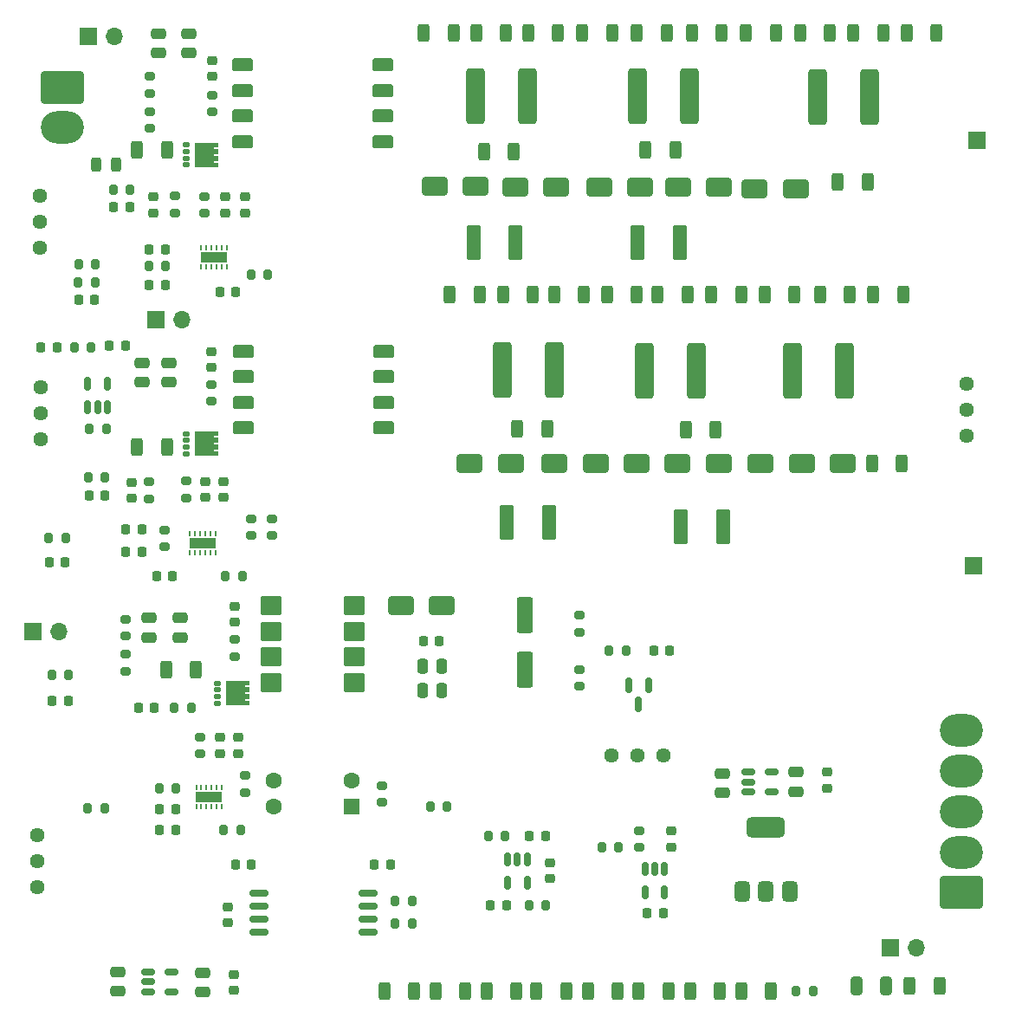
<source format=gbr>
%TF.GenerationSoftware,KiCad,Pcbnew,9.0.0*%
%TF.CreationDate,2025-10-26T21:30:55-07:00*%
%TF.ProjectId,main_supply_3,6d61696e-5f73-4757-9070-6c795f332e6b,rev?*%
%TF.SameCoordinates,Original*%
%TF.FileFunction,Soldermask,Top*%
%TF.FilePolarity,Negative*%
%FSLAX46Y46*%
G04 Gerber Fmt 4.6, Leading zero omitted, Abs format (unit mm)*
G04 Created by KiCad (PCBNEW 9.0.0) date 2025-10-26 21:30:55*
%MOMM*%
%LPD*%
G01*
G04 APERTURE LIST*
G04 Aperture macros list*
%AMRoundRect*
0 Rectangle with rounded corners*
0 $1 Rounding radius*
0 $2 $3 $4 $5 $6 $7 $8 $9 X,Y pos of 4 corners*
0 Add a 4 corners polygon primitive as box body*
4,1,4,$2,$3,$4,$5,$6,$7,$8,$9,$2,$3,0*
0 Add four circle primitives for the rounded corners*
1,1,$1+$1,$2,$3*
1,1,$1+$1,$4,$5*
1,1,$1+$1,$6,$7*
1,1,$1+$1,$8,$9*
0 Add four rect primitives between the rounded corners*
20,1,$1+$1,$2,$3,$4,$5,0*
20,1,$1+$1,$4,$5,$6,$7,0*
20,1,$1+$1,$6,$7,$8,$9,0*
20,1,$1+$1,$8,$9,$2,$3,0*%
%AMFreePoly0*
4,1,17,1.371000,0.720000,0.950000,0.720000,0.950000,0.580000,1.370000,0.580000,1.370000,0.080000,0.950000,0.080000,0.950000,-0.080000,1.370000,-0.080000,1.370000,-0.580000,0.950000,-0.580000,0.950000,-0.720000,1.370000,-0.720000,1.370000,-1.225000,-0.950000,-1.225000,-0.950000,1.225000,1.371000,1.225000,1.371000,0.720000,1.371000,0.720000,$1*%
G04 Aperture macros list end*
%ADD10RoundRect,0.225000X0.225000X0.250000X-0.225000X0.250000X-0.225000X-0.250000X0.225000X-0.250000X0*%
%ADD11RoundRect,0.225000X-0.225000X-0.250000X0.225000X-0.250000X0.225000X0.250000X-0.225000X0.250000X0*%
%ADD12RoundRect,0.250000X-0.650000X-2.450000X0.650000X-2.450000X0.650000X2.450000X-0.650000X2.450000X0*%
%ADD13RoundRect,0.225000X0.250000X-0.225000X0.250000X0.225000X-0.250000X0.225000X-0.250000X-0.225000X0*%
%ADD14RoundRect,0.200000X-0.275000X0.200000X-0.275000X-0.200000X0.275000X-0.200000X0.275000X0.200000X0*%
%ADD15RoundRect,0.250000X-0.312500X-0.625000X0.312500X-0.625000X0.312500X0.625000X-0.312500X0.625000X0*%
%ADD16RoundRect,0.250000X-0.475000X0.250000X-0.475000X-0.250000X0.475000X-0.250000X0.475000X0.250000X0*%
%ADD17RoundRect,0.200000X-0.200000X-0.275000X0.200000X-0.275000X0.200000X0.275000X-0.200000X0.275000X0*%
%ADD18RoundRect,0.150000X-0.750000X-0.150000X0.750000X-0.150000X0.750000X0.150000X-0.750000X0.150000X0*%
%ADD19RoundRect,0.102000X-0.950000X-0.800000X0.950000X-0.800000X0.950000X0.800000X-0.950000X0.800000X0*%
%ADD20RoundRect,0.250000X0.312500X0.625000X-0.312500X0.625000X-0.312500X-0.625000X0.312500X-0.625000X0*%
%ADD21RoundRect,0.225000X-0.250000X0.225000X-0.250000X-0.225000X0.250000X-0.225000X0.250000X0.225000X0*%
%ADD22RoundRect,0.249999X-0.450001X-1.450001X0.450001X-1.450001X0.450001X1.450001X-0.450001X1.450001X0*%
%ADD23RoundRect,0.200000X0.275000X-0.200000X0.275000X0.200000X-0.275000X0.200000X-0.275000X-0.200000X0*%
%ADD24C,1.440000*%
%ADD25RoundRect,0.250000X1.000000X0.650000X-1.000000X0.650000X-1.000000X-0.650000X1.000000X-0.650000X0*%
%ADD26RoundRect,0.190500X-0.824500X-0.444500X0.824500X-0.444500X0.824500X0.444500X-0.824500X0.444500X0*%
%ADD27RoundRect,0.200000X0.200000X0.275000X-0.200000X0.275000X-0.200000X-0.275000X0.200000X-0.275000X0*%
%ADD28RoundRect,0.218750X0.218750X0.256250X-0.218750X0.256250X-0.218750X-0.256250X0.218750X-0.256250X0*%
%ADD29RoundRect,0.250000X-1.000000X-0.650000X1.000000X-0.650000X1.000000X0.650000X-1.000000X0.650000X0*%
%ADD30RoundRect,0.125000X-0.190000X-0.125000X0.190000X-0.125000X0.190000X0.125000X-0.190000X0.125000X0*%
%ADD31FreePoly0,0.000000*%
%ADD32RoundRect,0.250000X0.475000X-0.250000X0.475000X0.250000X-0.475000X0.250000X-0.475000X-0.250000X0*%
%ADD33RoundRect,0.250000X0.325000X0.650000X-0.325000X0.650000X-0.325000X-0.650000X0.325000X-0.650000X0*%
%ADD34RoundRect,0.218750X-0.218750X-0.256250X0.218750X-0.256250X0.218750X0.256250X-0.218750X0.256250X0*%
%ADD35RoundRect,0.050000X-0.075000X0.200000X-0.075000X-0.200000X0.075000X-0.200000X0.075000X0.200000X0*%
%ADD36R,2.650000X1.000000*%
%ADD37RoundRect,0.250000X-1.850000X1.330000X-1.850000X-1.330000X1.850000X-1.330000X1.850000X1.330000X0*%
%ADD38O,4.200000X3.160000*%
%ADD39R,1.700000X1.700000*%
%ADD40O,1.700000X1.700000*%
%ADD41RoundRect,0.150000X-0.512500X-0.150000X0.512500X-0.150000X0.512500X0.150000X-0.512500X0.150000X0*%
%ADD42RoundRect,0.150000X-0.150000X0.587500X-0.150000X-0.587500X0.150000X-0.587500X0.150000X0.587500X0*%
%ADD43RoundRect,0.375000X0.375000X-0.625000X0.375000X0.625000X-0.375000X0.625000X-0.375000X-0.625000X0*%
%ADD44RoundRect,0.500000X1.400000X-0.500000X1.400000X0.500000X-1.400000X0.500000X-1.400000X-0.500000X0*%
%ADD45RoundRect,0.243750X-0.243750X-0.456250X0.243750X-0.456250X0.243750X0.456250X-0.243750X0.456250X0*%
%ADD46RoundRect,0.150000X-0.150000X0.512500X-0.150000X-0.512500X0.150000X-0.512500X0.150000X0.512500X0*%
%ADD47RoundRect,0.150000X0.150000X-0.512500X0.150000X0.512500X-0.150000X0.512500X-0.150000X-0.512500X0*%
%ADD48RoundRect,0.250000X0.550000X0.550000X-0.550000X0.550000X-0.550000X-0.550000X0.550000X-0.550000X0*%
%ADD49C,1.600000*%
%ADD50RoundRect,0.250000X0.250000X0.475000X-0.250000X0.475000X-0.250000X-0.475000X0.250000X-0.475000X0*%
%ADD51RoundRect,0.250000X-0.550000X1.500000X-0.550000X-1.500000X0.550000X-1.500000X0.550000X1.500000X0*%
%ADD52RoundRect,0.250000X1.850000X-1.330000X1.850000X1.330000X-1.850000X1.330000X-1.850000X-1.330000X0*%
G04 APERTURE END LIST*
D10*
%TO.C,C31*%
X142675000Y-111865000D03*
X141125000Y-111865000D03*
%TD*%
D11*
%TO.C,C58*%
X110425000Y-83000000D03*
X111975000Y-83000000D03*
%TD*%
D12*
%TO.C,C19*%
X162050000Y-58600000D03*
X167150000Y-58600000D03*
%TD*%
D13*
%TO.C,C57*%
X123005000Y-122815000D03*
X123005000Y-121265000D03*
%TD*%
D10*
%TO.C,C14*%
X113575000Y-103100000D03*
X112025000Y-103100000D03*
%TD*%
D14*
%TO.C,R11*%
X115800000Y-100975000D03*
X115800000Y-102625000D03*
%TD*%
D10*
%TO.C,C55*%
X149225000Y-137627500D03*
X147675000Y-137627500D03*
%TD*%
D15*
%TO.C,R43*%
X151337500Y-52400000D03*
X154262500Y-52400000D03*
%TD*%
D16*
%TO.C,C36*%
X117305000Y-109590000D03*
X117305000Y-111490000D03*
%TD*%
D17*
%TO.C,R56*%
X116780000Y-118340000D03*
X118430000Y-118340000D03*
%TD*%
D10*
%TO.C,C41*%
X116875000Y-130265000D03*
X115325000Y-130265000D03*
%TD*%
D18*
%TO.C,U9*%
X125025000Y-136460000D03*
X125025000Y-137730000D03*
X125025000Y-139000000D03*
X125025000Y-140270000D03*
X135675000Y-140270000D03*
X135675000Y-139000000D03*
X135675000Y-137730000D03*
X135675000Y-136460000D03*
%TD*%
D19*
%TO.C,T3*%
X126255000Y-108405000D03*
X126255000Y-110895000D03*
X126255000Y-113385000D03*
X126255000Y-115875000D03*
X134355000Y-115875000D03*
X134355000Y-113385000D03*
X134355000Y-110895000D03*
X134355000Y-108405000D03*
%TD*%
D20*
%TO.C,R40*%
X170262500Y-52400000D03*
X167337500Y-52400000D03*
%TD*%
D10*
%TO.C,C27*%
X115875000Y-77000000D03*
X114325000Y-77000000D03*
%TD*%
D15*
%TO.C,R20*%
X153900000Y-78000000D03*
X156825000Y-78000000D03*
%TD*%
D21*
%TO.C,C56*%
X122000000Y-137790000D03*
X122000000Y-139340000D03*
%TD*%
D22*
%TO.C,C7*%
X149287500Y-100200000D03*
X153387500Y-100200000D03*
%TD*%
D17*
%TO.C,R12*%
X121750000Y-105500000D03*
X123400000Y-105500000D03*
%TD*%
D23*
%TO.C,R54*%
X137100000Y-127625000D03*
X137100000Y-125975000D03*
%TD*%
D16*
%TO.C,C49*%
X119500000Y-144250000D03*
X119500000Y-146150000D03*
%TD*%
D17*
%TO.C,R15*%
X106975000Y-83100000D03*
X108625000Y-83100000D03*
%TD*%
D10*
%TO.C,C12*%
X113575000Y-100900000D03*
X112025000Y-100900000D03*
%TD*%
D24*
%TO.C,RV3*%
X103600000Y-73400000D03*
X103600000Y-70860000D03*
X103600000Y-68320000D03*
%TD*%
D25*
%TO.C,D17*%
X142900000Y-108365000D03*
X138900000Y-108365000D03*
%TD*%
D12*
%TO.C,C4*%
X148837500Y-85300000D03*
X153937500Y-85300000D03*
%TD*%
D26*
%TO.C,T1*%
X123495000Y-83550000D03*
X123495000Y-86050000D03*
X123495000Y-88550000D03*
X123495000Y-91050000D03*
X137205000Y-91050000D03*
X137205000Y-88550000D03*
X137205000Y-86050000D03*
X137205000Y-83550000D03*
%TD*%
D27*
%TO.C,R67*%
X109950000Y-128200000D03*
X108300000Y-128200000D03*
%TD*%
D25*
%TO.C,D10*%
X170000000Y-67500000D03*
X166000000Y-67500000D03*
%TD*%
D17*
%TO.C,R72*%
X138375000Y-137265000D03*
X140025000Y-137265000D03*
%TD*%
D14*
%TO.C,R2*%
X124300000Y-99875000D03*
X124300000Y-101525000D03*
%TD*%
D15*
%TO.C,R18*%
X164000000Y-78000000D03*
X166925000Y-78000000D03*
%TD*%
D17*
%TO.C,R73*%
X158550000Y-131990000D03*
X160200000Y-131990000D03*
%TD*%
D28*
%TO.C,D18*%
X106387500Y-117665000D03*
X104812500Y-117665000D03*
%TD*%
D13*
%TO.C,C11*%
X119800000Y-97800000D03*
X119800000Y-96250000D03*
%TD*%
D15*
%TO.C,R64*%
X152175000Y-146000000D03*
X155100000Y-146000000D03*
%TD*%
D29*
%TO.C,D2*%
X145637500Y-94500000D03*
X149637500Y-94500000D03*
%TD*%
D30*
%TO.C,Q3*%
X120955000Y-115960000D03*
X120955000Y-116600000D03*
X120955000Y-117260000D03*
X120955000Y-117900000D03*
D31*
X122780000Y-116930000D03*
%TD*%
D15*
%TO.C,R21*%
X148900000Y-78000000D03*
X151825000Y-78000000D03*
%TD*%
D32*
%TO.C,C22*%
X118200000Y-54350000D03*
X118200000Y-52450000D03*
%TD*%
D33*
%TO.C,C54*%
X186368750Y-145500000D03*
X183418750Y-145500000D03*
%TD*%
D22*
%TO.C,C16*%
X162050000Y-72900000D03*
X166150000Y-72900000D03*
%TD*%
D15*
%TO.C,R66*%
X162137500Y-146000000D03*
X165062500Y-146000000D03*
%TD*%
D10*
%TO.C,C13*%
X116575000Y-105500000D03*
X115025000Y-105500000D03*
%TD*%
D20*
%TO.C,R13*%
X188025000Y-78000000D03*
X185100000Y-78000000D03*
%TD*%
D34*
%TO.C,D16*%
X107412500Y-78500000D03*
X108987500Y-78500000D03*
%TD*%
D14*
%TO.C,R49*%
X112005000Y-113115000D03*
X112005000Y-114765000D03*
%TD*%
%TO.C,R47*%
X112005000Y-109715000D03*
X112005000Y-111365000D03*
%TD*%
D35*
%TO.C,U5*%
X121405000Y-126140000D03*
X120905000Y-126140000D03*
X120405000Y-126140000D03*
X119905000Y-126140000D03*
X119405000Y-126140000D03*
X118905000Y-126140000D03*
X118905000Y-128040000D03*
X119405000Y-128040000D03*
X119905000Y-128040000D03*
X120405000Y-128040000D03*
X120905000Y-128040000D03*
X121405000Y-128040000D03*
D36*
X120155000Y-127090000D03*
%TD*%
D20*
%TO.C,R14*%
X182800000Y-78000000D03*
X179875000Y-78000000D03*
%TD*%
D10*
%TO.C,C37*%
X165175000Y-112765000D03*
X163625000Y-112765000D03*
%TD*%
D37*
%TO.C,J1*%
X105800000Y-57700000D03*
D38*
X105800000Y-61660000D03*
%TD*%
D17*
%TO.C,R34*%
X114275000Y-75200000D03*
X115925000Y-75200000D03*
%TD*%
D21*
%TO.C,C1*%
X120400000Y-83525000D03*
X120400000Y-85075000D03*
%TD*%
D16*
%TO.C,C48*%
X111200000Y-144150000D03*
X111200000Y-146050000D03*
%TD*%
D17*
%TO.C,R33*%
X107375000Y-76800000D03*
X109025000Y-76800000D03*
%TD*%
D20*
%TO.C,R17*%
X172162500Y-78000000D03*
X169237500Y-78000000D03*
%TD*%
D21*
%TO.C,C44*%
X180600000Y-124650000D03*
X180600000Y-126200000D03*
%TD*%
D24*
%TO.C,RV4*%
X103400000Y-130820000D03*
X103400000Y-133360000D03*
X103400000Y-135900000D03*
%TD*%
%TO.C,RV1*%
X194200000Y-91800000D03*
X194200000Y-89260000D03*
X194200000Y-86720000D03*
%TD*%
D15*
%TO.C,R61*%
X137275000Y-146000000D03*
X140200000Y-146000000D03*
%TD*%
D39*
%TO.C,J8*%
X186760000Y-141800000D03*
D40*
X189300000Y-141800000D03*
%TD*%
D35*
%TO.C,U3*%
X121900000Y-73400000D03*
X121400000Y-73400000D03*
X120900000Y-73400000D03*
X120400000Y-73400000D03*
X119900000Y-73400000D03*
X119400000Y-73400000D03*
X119400000Y-75300000D03*
X119900000Y-75300000D03*
X120400000Y-75300000D03*
X120900000Y-75300000D03*
X121400000Y-75300000D03*
X121900000Y-75300000D03*
D36*
X120650000Y-74350000D03*
%TD*%
D30*
%TO.C,Q1*%
X117920000Y-91572500D03*
X117920000Y-92212500D03*
X117920000Y-92872500D03*
X117920000Y-93512500D03*
D31*
X119745000Y-92542500D03*
%TD*%
D15*
%TO.C,R24*%
X181637500Y-67000000D03*
X184562500Y-67000000D03*
%TD*%
%TO.C,R41*%
X161975000Y-52400000D03*
X164900000Y-52400000D03*
%TD*%
D22*
%TO.C,C18*%
X146000000Y-72900000D03*
X150100000Y-72900000D03*
%TD*%
D25*
%TO.C,D11*%
X162300000Y-67500000D03*
X158300000Y-67500000D03*
%TD*%
D27*
%TO.C,R46*%
X109050000Y-75000000D03*
X107400000Y-75000000D03*
%TD*%
D17*
%TO.C,R69*%
X147475000Y-130927500D03*
X149125000Y-130927500D03*
%TD*%
D35*
%TO.C,U1*%
X120800000Y-101300000D03*
X120300000Y-101300000D03*
X119800000Y-101300000D03*
X119300000Y-101300000D03*
X118800000Y-101300000D03*
X118300000Y-101300000D03*
X118300000Y-103200000D03*
X118800000Y-103200000D03*
X119300000Y-103200000D03*
X119800000Y-103200000D03*
X120300000Y-103200000D03*
X120800000Y-103200000D03*
D36*
X119550000Y-102250000D03*
%TD*%
D14*
%TO.C,R30*%
X120500000Y-58475000D03*
X120500000Y-60125000D03*
%TD*%
D25*
%TO.C,D9*%
X177500000Y-67600000D03*
X173500000Y-67600000D03*
%TD*%
D13*
%TO.C,C24*%
X123700000Y-69975000D03*
X123700000Y-68425000D03*
%TD*%
D15*
%TO.C,R5*%
X150275000Y-91100000D03*
X153200000Y-91100000D03*
%TD*%
D27*
%TO.C,R55*%
X160925000Y-112765000D03*
X159275000Y-112765000D03*
%TD*%
D10*
%TO.C,C40*%
X116875000Y-128265000D03*
X115325000Y-128265000D03*
%TD*%
D14*
%TO.C,R29*%
X114400000Y-60075000D03*
X114400000Y-61725000D03*
%TD*%
D27*
%TO.C,R50*%
X143425000Y-128000000D03*
X141775000Y-128000000D03*
%TD*%
D17*
%TO.C,R60*%
X121575000Y-130265000D03*
X123225000Y-130265000D03*
%TD*%
D22*
%TO.C,C9*%
X166287500Y-100700000D03*
X170387500Y-100700000D03*
%TD*%
D32*
%TO.C,C21*%
X115200000Y-54350000D03*
X115200000Y-52450000D03*
%TD*%
D41*
%TO.C,U7*%
X172862500Y-124650000D03*
X172862500Y-125600000D03*
X172862500Y-126550000D03*
X175137500Y-126550000D03*
X175137500Y-124650000D03*
%TD*%
D15*
%TO.C,R28*%
X147037500Y-64000000D03*
X149962500Y-64000000D03*
%TD*%
D29*
%TO.C,D6*%
X170037500Y-94500000D03*
X174037500Y-94500000D03*
%TD*%
D42*
%TO.C,U6*%
X163100000Y-116165000D03*
X161200000Y-116165000D03*
X162150000Y-118040000D03*
%TD*%
D39*
%TO.C,J4*%
X194900000Y-104500000D03*
%TD*%
D11*
%TO.C,C28*%
X121225000Y-77700000D03*
X122775000Y-77700000D03*
%TD*%
D10*
%TO.C,C15*%
X105275000Y-83100000D03*
X103725000Y-83100000D03*
%TD*%
D21*
%TO.C,C53*%
X165300000Y-130415000D03*
X165300000Y-131965000D03*
%TD*%
D12*
%TO.C,C17*%
X179650000Y-58700000D03*
X184750000Y-58700000D03*
%TD*%
%TO.C,C23*%
X146200000Y-58600000D03*
X151300000Y-58600000D03*
%TD*%
D23*
%TO.C,R31*%
X119700000Y-70025000D03*
X119700000Y-68375000D03*
%TD*%
D20*
%TO.C,R39*%
X175562500Y-52400000D03*
X172637500Y-52400000D03*
%TD*%
D43*
%TO.C,Q4*%
X172300000Y-136340000D03*
X174600000Y-136340000D03*
D44*
X174600000Y-130040000D03*
D43*
X176900000Y-136340000D03*
%TD*%
D45*
%TO.C,F1*%
X109162500Y-65300000D03*
X111037500Y-65300000D03*
%TD*%
D46*
%TO.C,U11*%
X164700000Y-134115000D03*
X163750000Y-134115000D03*
X162800000Y-134115000D03*
X162800000Y-136390000D03*
X164700000Y-136390000D03*
%TD*%
D15*
%TO.C,R25*%
X162837500Y-63800000D03*
X165762500Y-63800000D03*
%TD*%
D47*
%TO.C,U2*%
X108300000Y-88937500D03*
X109250000Y-88937500D03*
X110200000Y-88937500D03*
X110200000Y-86662500D03*
X108300000Y-86662500D03*
%TD*%
D14*
%TO.C,R52*%
X123700000Y-124975000D03*
X123700000Y-126625000D03*
%TD*%
D32*
%TO.C,C42*%
X170300000Y-126650000D03*
X170300000Y-124750000D03*
%TD*%
D15*
%TO.C,R44*%
X146275000Y-52400000D03*
X149200000Y-52400000D03*
%TD*%
D14*
%TO.C,R59*%
X156400000Y-114615000D03*
X156400000Y-116265000D03*
%TD*%
D24*
%TO.C,RV2*%
X103700000Y-87000000D03*
X103700000Y-89540000D03*
X103700000Y-92080000D03*
%TD*%
D20*
%TO.C,R37*%
X186062500Y-52400000D03*
X183137500Y-52400000D03*
%TD*%
D39*
%TO.C,J2*%
X108325000Y-52700000D03*
D40*
X110865000Y-52700000D03*
%TD*%
D39*
%TO.C,J5*%
X114925000Y-80400000D03*
D40*
X117465000Y-80400000D03*
%TD*%
D10*
%TO.C,C45*%
X164550000Y-138390000D03*
X163000000Y-138390000D03*
%TD*%
D20*
%TO.C,RS1*%
X116062500Y-92900000D03*
X113137500Y-92900000D03*
%TD*%
D14*
%TO.C,R4*%
X120400000Y-86775000D03*
X120400000Y-88425000D03*
%TD*%
D15*
%TO.C,R19*%
X159062500Y-78000000D03*
X161987500Y-78000000D03*
%TD*%
D23*
%TO.C,R3*%
X126300000Y-101525000D03*
X126300000Y-99875000D03*
%TD*%
%TO.C,R8*%
X114300000Y-97925000D03*
X114300000Y-96275000D03*
%TD*%
D21*
%TO.C,C50*%
X122600000Y-144425000D03*
X122600000Y-145975000D03*
%TD*%
D27*
%TO.C,R58*%
X106425000Y-115165000D03*
X104775000Y-115165000D03*
%TD*%
D24*
%TO.C,RV5*%
X164550000Y-123000000D03*
X162010000Y-123000000D03*
X159470000Y-123000000D03*
%TD*%
D20*
%TO.C,RS2*%
X116062500Y-63800000D03*
X113137500Y-63800000D03*
%TD*%
D16*
%TO.C,C3*%
X116200000Y-84650000D03*
X116200000Y-86550000D03*
%TD*%
D12*
%TO.C,C8*%
X177187500Y-85400000D03*
X182287500Y-85400000D03*
%TD*%
D46*
%TO.C,U10*%
X151250000Y-133152500D03*
X150300000Y-133152500D03*
X149350000Y-133152500D03*
X149350000Y-135427500D03*
X151250000Y-135427500D03*
%TD*%
D25*
%TO.C,D13*%
X146200000Y-67400000D03*
X142200000Y-67400000D03*
%TD*%
D39*
%TO.C,J3*%
X195200000Y-62900000D03*
%TD*%
D10*
%TO.C,C46*%
X124275000Y-133665000D03*
X122725000Y-133665000D03*
%TD*%
D13*
%TO.C,C51*%
X153500000Y-135065000D03*
X153500000Y-133515000D03*
%TD*%
D21*
%TO.C,C30*%
X122705000Y-108440000D03*
X122705000Y-109990000D03*
%TD*%
D15*
%TO.C,R6*%
X166775000Y-91200000D03*
X169700000Y-91200000D03*
%TD*%
D29*
%TO.C,D3*%
X153937500Y-94500000D03*
X157937500Y-94500000D03*
%TD*%
D39*
%TO.C,J6*%
X102925000Y-110865000D03*
D40*
X105465000Y-110865000D03*
%TD*%
D14*
%TO.C,R27*%
X114400000Y-56675000D03*
X114400000Y-58325000D03*
%TD*%
D20*
%TO.C,RS3*%
X118867500Y-114640000D03*
X115942500Y-114640000D03*
%TD*%
D23*
%TO.C,R7*%
X117900000Y-97850000D03*
X117900000Y-96200000D03*
%TD*%
D10*
%TO.C,C52*%
X153025000Y-130927500D03*
X151475000Y-130927500D03*
%TD*%
D15*
%TO.C,R22*%
X143675000Y-78000000D03*
X146600000Y-78000000D03*
%TD*%
%TO.C,R45*%
X141137500Y-52400000D03*
X144062500Y-52400000D03*
%TD*%
D48*
%TO.C,U4*%
X134105000Y-128040000D03*
D49*
X134105000Y-125500000D03*
X126485000Y-125500000D03*
X126485000Y-128040000D03*
%TD*%
D50*
%TO.C,C32*%
X142900000Y-114265000D03*
X141000000Y-114265000D03*
%TD*%
D15*
%TO.C,R63*%
X147275000Y-146000000D03*
X150200000Y-146000000D03*
%TD*%
D29*
%TO.C,D7*%
X178137500Y-94500000D03*
X182137500Y-94500000D03*
%TD*%
D50*
%TO.C,C33*%
X142900000Y-116665000D03*
X141000000Y-116665000D03*
%TD*%
D17*
%TO.C,R10*%
X104487500Y-101780000D03*
X106137500Y-101780000D03*
%TD*%
D16*
%TO.C,C2*%
X113600000Y-84650000D03*
X113600000Y-86550000D03*
%TD*%
D17*
%TO.C,R23*%
X108475000Y-91100000D03*
X110125000Y-91100000D03*
%TD*%
D10*
%TO.C,C38*%
X114780000Y-118340000D03*
X113230000Y-118340000D03*
%TD*%
D15*
%TO.C,R65*%
X157175000Y-146000000D03*
X160100000Y-146000000D03*
%TD*%
D21*
%TO.C,C20*%
X120500000Y-55125000D03*
X120500000Y-56675000D03*
%TD*%
D13*
%TO.C,C39*%
X121205000Y-122815000D03*
X121205000Y-121265000D03*
%TD*%
D23*
%TO.C,R68*%
X162200000Y-132015000D03*
X162200000Y-130365000D03*
%TD*%
D27*
%TO.C,R57*%
X116925000Y-126265000D03*
X115275000Y-126265000D03*
%TD*%
D20*
%TO.C,R16*%
X177400000Y-78000000D03*
X174475000Y-78000000D03*
%TD*%
D41*
%TO.C,U8*%
X114225000Y-144200000D03*
X114225000Y-145150000D03*
X114225000Y-146100000D03*
X116500000Y-146100000D03*
X116500000Y-144200000D03*
%TD*%
D12*
%TO.C,C6*%
X162737500Y-85400000D03*
X167837500Y-85400000D03*
%TD*%
D23*
%TO.C,R53*%
X119305000Y-122865000D03*
X119305000Y-121215000D03*
%TD*%
D20*
%TO.C,R38*%
X180862500Y-52400000D03*
X177937500Y-52400000D03*
%TD*%
D34*
%TO.C,D1*%
X108425000Y-97600000D03*
X110000000Y-97600000D03*
%TD*%
%TO.C,D8*%
X104512500Y-104100000D03*
X106087500Y-104100000D03*
%TD*%
D28*
%TO.C,D14*%
X112387500Y-69400000D03*
X110812500Y-69400000D03*
%TD*%
D13*
%TO.C,C25*%
X114700000Y-69975000D03*
X114700000Y-68425000D03*
%TD*%
%TO.C,C26*%
X121700000Y-69975000D03*
X121700000Y-68425000D03*
%TD*%
D20*
%TO.C,R35*%
X191262500Y-52400000D03*
X188337500Y-52400000D03*
%TD*%
D15*
%TO.C,R74*%
X172175000Y-146000000D03*
X175100000Y-146000000D03*
%TD*%
D14*
%TO.C,R48*%
X122705000Y-111690000D03*
X122705000Y-113340000D03*
%TD*%
D17*
%TO.C,R75*%
X138375000Y-139465000D03*
X140025000Y-139465000D03*
%TD*%
D25*
%TO.C,D12*%
X154100000Y-67500000D03*
X150100000Y-67500000D03*
%TD*%
D17*
%TO.C,R76*%
X151425000Y-137627500D03*
X153075000Y-137627500D03*
%TD*%
D16*
%TO.C,C35*%
X114305000Y-109590000D03*
X114305000Y-111490000D03*
%TD*%
D14*
%TO.C,R51*%
X156400000Y-109315000D03*
X156400000Y-110965000D03*
%TD*%
D16*
%TO.C,C43*%
X177500000Y-124650000D03*
X177500000Y-126550000D03*
%TD*%
D15*
%TO.C,R62*%
X142275000Y-146000000D03*
X145200000Y-146000000D03*
%TD*%
D51*
%TO.C,C34*%
X151000000Y-109265000D03*
X151000000Y-114665000D03*
%TD*%
D15*
%TO.C,R42*%
X156637500Y-52400000D03*
X159562500Y-52400000D03*
%TD*%
D17*
%TO.C,R77*%
X177575000Y-146000000D03*
X179225000Y-146000000D03*
%TD*%
D15*
%TO.C,R71*%
X188631250Y-145500000D03*
X191556250Y-145500000D03*
%TD*%
D26*
%TO.C,T2*%
X123445000Y-55550000D03*
X123445000Y-58050000D03*
X123445000Y-60550000D03*
X123445000Y-63050000D03*
X137155000Y-63050000D03*
X137155000Y-60550000D03*
X137155000Y-58050000D03*
X137155000Y-55550000D03*
%TD*%
D15*
%TO.C,R70*%
X167175000Y-146000000D03*
X170100000Y-146000000D03*
%TD*%
D27*
%TO.C,R26*%
X112425000Y-67700000D03*
X110775000Y-67700000D03*
%TD*%
D30*
%TO.C,Q2*%
X117920000Y-63357500D03*
X117920000Y-63997500D03*
X117920000Y-64657500D03*
X117920000Y-65297500D03*
D31*
X119745000Y-64327500D03*
%TD*%
D29*
%TO.C,D5*%
X161937500Y-94500000D03*
X165937500Y-94500000D03*
%TD*%
D13*
%TO.C,C10*%
X112600000Y-97875000D03*
X112600000Y-96325000D03*
%TD*%
D52*
%TO.C,J7*%
X193725000Y-136420000D03*
D38*
X193725000Y-132460000D03*
X193725000Y-128500000D03*
X193725000Y-124540000D03*
X193725000Y-120580000D03*
%TD*%
D13*
%TO.C,C5*%
X121600000Y-97800000D03*
X121600000Y-96250000D03*
%TD*%
D17*
%TO.C,R1*%
X108350000Y-95800000D03*
X110000000Y-95800000D03*
%TD*%
D10*
%TO.C,C29*%
X115875000Y-73600000D03*
X114325000Y-73600000D03*
%TD*%
D17*
%TO.C,R36*%
X124250000Y-76000000D03*
X125900000Y-76000000D03*
%TD*%
D23*
%TO.C,R32*%
X116800000Y-70000000D03*
X116800000Y-68350000D03*
%TD*%
D15*
%TO.C,R9*%
X184975000Y-94500000D03*
X187900000Y-94500000D03*
%TD*%
D11*
%TO.C,C47*%
X136325000Y-133665000D03*
X137875000Y-133665000D03*
%TD*%
M02*

</source>
